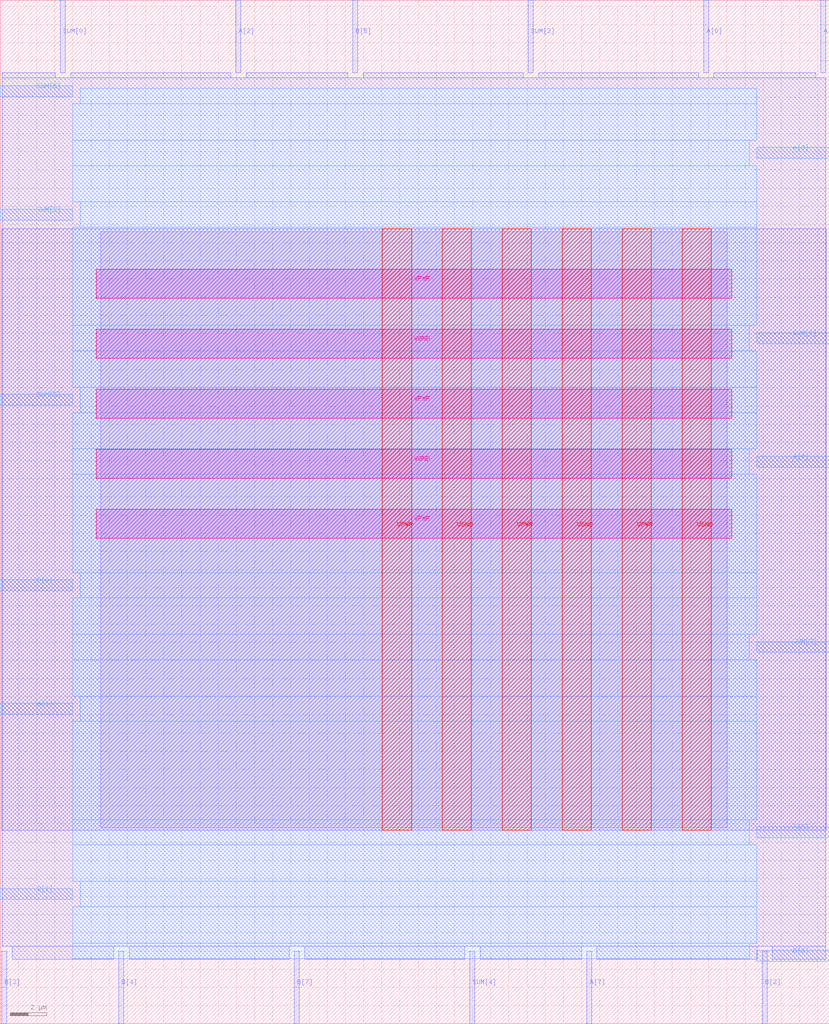
<source format=lef>
VERSION 5.7 ;
  NOWIREEXTENSIONATPIN ON ;
  DIVIDERCHAR "/" ;
  BUSBITCHARS "[]" ;
MACRO rca
  CLASS BLOCK ;
  FOREIGN rca ;
  ORIGIN 0.000 0.000 ;
  SIZE 45.635 BY 56.355 ;
  PIN A[0]
    DIRECTION INPUT ;
    USE SIGNAL ;
    ANTENNAGATEAREA 0.126000 ;
    PORT
      LAYER met2 ;
        RECT 38.730 52.355 39.010 56.355 ;
    END
  END A[0]
  PIN A[1]
    DIRECTION INPUT ;
    USE SIGNAL ;
    ANTENNAGATEAREA 0.196500 ;
    PORT
      LAYER met3 ;
        RECT 0.000 17.040 4.000 17.640 ;
    END
  END A[1]
  PIN A[2]
    DIRECTION INPUT ;
    USE SIGNAL ;
    ANTENNAGATEAREA 0.196500 ;
    PORT
      LAYER met2 ;
        RECT 12.970 52.355 13.250 56.355 ;
    END
  END A[2]
  PIN A[3]
    DIRECTION INPUT ;
    USE SIGNAL ;
    ANTENNAGATEAREA 0.196500 ;
    PORT
      LAYER met3 ;
        RECT 41.635 47.640 45.635 48.240 ;
    END
  END A[3]
  PIN A[4]
    DIRECTION INPUT ;
    USE SIGNAL ;
    ANTENNAGATEAREA 0.196500 ;
    PORT
      LAYER met3 ;
        RECT 41.635 30.640 45.635 31.240 ;
    END
  END A[4]
  PIN A[5]
    DIRECTION INPUT ;
    USE SIGNAL ;
    ANTENNAGATEAREA 0.196500 ;
    PORT
      LAYER met3 ;
        RECT 41.635 10.240 45.635 10.840 ;
    END
  END A[5]
  PIN A[6]
    DIRECTION INPUT ;
    USE SIGNAL ;
    ANTENNAGATEAREA 0.196500 ;
    PORT
      LAYER met2 ;
        RECT 45.170 52.355 45.450 56.355 ;
    END
  END A[6]
  PIN A[7]
    DIRECTION INPUT ;
    USE SIGNAL ;
    ANTENNAGATEAREA 0.196500 ;
    PORT
      LAYER met2 ;
        RECT 32.290 0.000 32.570 4.000 ;
    END
  END A[7]
  PIN B[0]
    DIRECTION INPUT ;
    USE SIGNAL ;
    ANTENNAGATEAREA 0.196500 ;
    PORT
      LAYER met3 ;
        RECT 0.000 23.840 4.000 24.440 ;
    END
  END B[0]
  PIN B[1]
    DIRECTION INPUT ;
    USE SIGNAL ;
    ANTENNAGATEAREA 0.196500 ;
    PORT
      LAYER met3 ;
        RECT 0.000 6.840 4.000 7.440 ;
    END
  END B[1]
  PIN B[2]
    DIRECTION INPUT ;
    USE SIGNAL ;
    ANTENNAGATEAREA 0.196500 ;
    PORT
      LAYER met2 ;
        RECT 41.950 0.000 42.230 4.000 ;
    END
  END B[2]
  PIN B[3]
    DIRECTION INPUT ;
    USE SIGNAL ;
    ANTENNAGATEAREA 0.196500 ;
    PORT
      LAYER met2 ;
        RECT 0.090 0.000 0.370 4.000 ;
    END
  END B[3]
  PIN B[4]
    DIRECTION INPUT ;
    USE SIGNAL ;
    ANTENNAGATEAREA 0.196500 ;
    PORT
      LAYER met2 ;
        RECT 6.530 0.000 6.810 4.000 ;
    END
  END B[4]
  PIN B[5]
    DIRECTION INPUT ;
    USE SIGNAL ;
    ANTENNAGATEAREA 0.196500 ;
    PORT
      LAYER met2 ;
        RECT 19.410 52.355 19.690 56.355 ;
    END
  END B[5]
  PIN B[6]
    DIRECTION INPUT ;
    USE SIGNAL ;
    ANTENNAGATEAREA 0.196500 ;
    PORT
      LAYER met3 ;
        RECT 41.635 3.440 45.635 4.040 ;
    END
  END B[6]
  PIN B[7]
    DIRECTION INPUT ;
    USE SIGNAL ;
    ANTENNAGATEAREA 0.196500 ;
    PORT
      LAYER met2 ;
        RECT 16.190 0.000 16.470 4.000 ;
    END
  END B[7]
  PIN SUM[0]
    DIRECTION OUTPUT TRISTATE ;
    USE SIGNAL ;
    ANTENNADIFFAREA 0.795200 ;
    PORT
      LAYER met2 ;
        RECT 3.310 52.355 3.590 56.355 ;
    END
  END SUM[0]
  PIN SUM[1]
    DIRECTION OUTPUT TRISTATE ;
    USE SIGNAL ;
    ANTENNADIFFAREA 0.445500 ;
    PORT
      LAYER met3 ;
        RECT 41.635 37.440 45.635 38.040 ;
    END
  END SUM[1]
  PIN SUM[2]
    DIRECTION OUTPUT TRISTATE ;
    USE SIGNAL ;
    ANTENNADIFFAREA 0.795200 ;
    PORT
      LAYER met3 ;
        RECT 0.000 44.240 4.000 44.840 ;
    END
  END SUM[2]
  PIN SUM[3]
    DIRECTION OUTPUT TRISTATE ;
    USE SIGNAL ;
    ANTENNADIFFAREA 0.795200 ;
    PORT
      LAYER met2 ;
        RECT 29.070 52.355 29.350 56.355 ;
    END
  END SUM[3]
  PIN SUM[4]
    DIRECTION OUTPUT TRISTATE ;
    USE SIGNAL ;
    ANTENNADIFFAREA 0.795200 ;
    PORT
      LAYER met2 ;
        RECT 25.850 0.000 26.130 4.000 ;
    END
  END SUM[4]
  PIN SUM[5]
    DIRECTION OUTPUT TRISTATE ;
    USE SIGNAL ;
    ANTENNADIFFAREA 0.795200 ;
    PORT
      LAYER met3 ;
        RECT 0.000 34.040 4.000 34.640 ;
    END
  END SUM[5]
  PIN SUM[6]
    DIRECTION OUTPUT TRISTATE ;
    USE SIGNAL ;
    ANTENNADIFFAREA 0.891000 ;
    PORT
      LAYER met3 ;
        RECT 0.000 51.040 4.000 51.640 ;
    END
  END SUM[6]
  PIN SUM[7]
    DIRECTION OUTPUT TRISTATE ;
    USE SIGNAL ;
    ANTENNADIFFAREA 0.445500 ;
    PORT
      LAYER met3 ;
        RECT 41.635 20.440 45.635 21.040 ;
    END
  END SUM[7]
  PIN VGND
    DIRECTION INOUT ;
    USE GROUND ;
    PORT
      LAYER met4 ;
        RECT 24.340 10.640 25.940 43.760 ;
    END
    PORT
      LAYER met4 ;
        RECT 30.940 10.640 32.540 43.760 ;
    END
    PORT
      LAYER met4 ;
        RECT 37.540 10.640 39.140 43.760 ;
    END
    PORT
      LAYER met5 ;
        RECT 5.280 30.030 40.260 31.630 ;
    END
    PORT
      LAYER met5 ;
        RECT 5.280 36.630 40.260 38.230 ;
    END
  END VGND
  PIN VPWR
    DIRECTION INOUT ;
    USE POWER ;
    PORT
      LAYER met4 ;
        RECT 21.040 10.640 22.640 43.760 ;
    END
    PORT
      LAYER met4 ;
        RECT 27.640 10.640 29.240 43.760 ;
    END
    PORT
      LAYER met4 ;
        RECT 34.240 10.640 35.840 43.760 ;
    END
    PORT
      LAYER met5 ;
        RECT 5.280 26.730 40.260 28.330 ;
    END
    PORT
      LAYER met5 ;
        RECT 5.280 33.330 40.260 34.930 ;
    END
    PORT
      LAYER met5 ;
        RECT 5.280 39.930 40.260 41.530 ;
    END
  END VPWR
  OBS
      LAYER li1 ;
        RECT 5.520 10.795 40.020 43.605 ;
      LAYER met1 ;
        RECT 0.070 10.640 45.470 43.760 ;
      LAYER met2 ;
        RECT 0.100 52.075 3.030 52.355 ;
        RECT 3.870 52.075 12.690 52.355 ;
        RECT 13.530 52.075 19.130 52.355 ;
        RECT 19.970 52.075 28.790 52.355 ;
        RECT 29.630 52.075 38.450 52.355 ;
        RECT 39.290 52.075 44.890 52.355 ;
        RECT 0.100 4.280 45.440 52.075 ;
        RECT 0.650 3.555 6.250 4.280 ;
        RECT 7.090 3.555 15.910 4.280 ;
        RECT 16.750 3.555 25.570 4.280 ;
        RECT 26.410 3.555 32.010 4.280 ;
        RECT 32.850 3.555 41.670 4.280 ;
        RECT 42.510 3.555 45.440 4.280 ;
      LAYER met3 ;
        RECT 4.400 50.640 41.635 51.505 ;
        RECT 4.000 48.640 41.635 50.640 ;
        RECT 4.000 47.240 41.235 48.640 ;
        RECT 4.000 45.240 41.635 47.240 ;
        RECT 4.400 43.840 41.635 45.240 ;
        RECT 4.000 38.440 41.635 43.840 ;
        RECT 4.000 37.040 41.235 38.440 ;
        RECT 4.000 35.040 41.635 37.040 ;
        RECT 4.400 33.640 41.635 35.040 ;
        RECT 4.000 31.640 41.635 33.640 ;
        RECT 4.000 30.240 41.235 31.640 ;
        RECT 4.000 24.840 41.635 30.240 ;
        RECT 4.400 23.440 41.635 24.840 ;
        RECT 4.000 21.440 41.635 23.440 ;
        RECT 4.000 20.040 41.235 21.440 ;
        RECT 4.000 18.040 41.635 20.040 ;
        RECT 4.400 16.640 41.635 18.040 ;
        RECT 4.000 11.240 41.635 16.640 ;
        RECT 4.000 9.840 41.235 11.240 ;
        RECT 4.000 7.840 41.635 9.840 ;
        RECT 4.400 6.440 41.635 7.840 ;
        RECT 4.000 4.440 41.635 6.440 ;
        RECT 4.000 3.575 41.235 4.440 ;
  END
END rca
END LIBRARY


</source>
